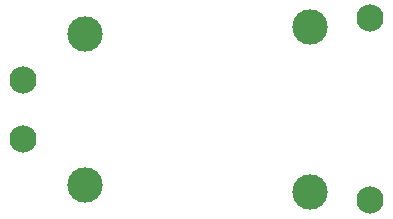
<source format=gbr>
G04 DipTrace 2.4.0.2*
%INTop.gbr*%
%MOIN*%
%ADD16C,0.0906*%
%ADD17C,0.1181*%
%FSLAX44Y44*%
G04*
G70*
G90*
G75*
G01*
%LNTop*%
%LPD*%
D16*
X5818Y7663D3*
X17393Y5616D3*
Y11679D3*
X5818Y9632D3*
D17*
X7901Y6129D3*
Y11169D3*
X15381Y5893D3*
Y11405D3*
M02*

</source>
